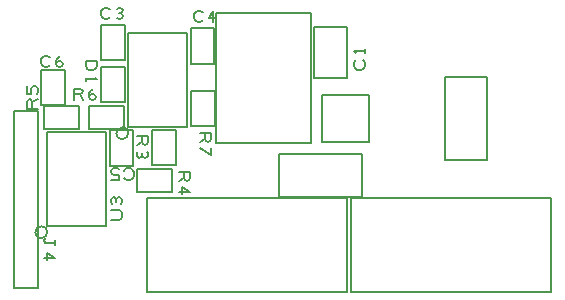
<source format=gbr>
%FSLAX23Y23*%
%MOIN*%
G04 EasyPC Gerber Version 16.0.6 Build 3249 *
%ADD10C,0.00500*%
X0Y0D02*
D02*
D10*
X14Y719D02*
Y129D01*
X93*
Y719*
X14*
X118Y295D02*
X115Y292D01*
X112Y286*
X115Y279*
X118Y276*
X149*
Y270*
Y276D02*
Y289D01*
X112Y229D02*
X149D01*
X124Y245*
Y220*
X93Y725D02*
X56D01*
Y747*
X59Y753*
X65Y756*
X71Y753*
X74Y747*
Y725*
Y747D02*
X93Y756D01*
X90Y775D02*
X93Y781D01*
Y791*
X90Y797*
X84Y800*
X81*
X74Y797*
X71Y791*
Y775*
X56*
Y800*
X134Y871D02*
X131Y868D01*
X124Y864*
X115*
X109Y868*
X106Y871*
X103Y877*
Y889*
X106Y896*
X109Y899*
X115Y902*
X124*
X131Y899*
X134Y896*
X153Y874D02*
X156Y880D01*
X162Y883*
X168*
X174Y880*
X178Y874*
X174Y868*
X168Y864*
X162*
X156Y868*
X153Y874*
Y883*
X156Y892*
X162Y899*
X168Y902*
X104Y333D02*
G75*
G03Y294J-20D01*
G01*
G75*
G03Y333J20*
G01*
X113Y735D02*
Y657D01*
X231*
Y735*
X113*
X124Y333D02*
X320D01*
Y648*
X124*
Y333*
X183Y855D02*
X104D01*
Y737*
X183*
Y855*
X213Y754D02*
Y792D01*
X234*
X241Y789*
X244Y783*
X241Y776*
X234Y773*
X213*
X234D02*
X244Y754D01*
X263Y764D02*
X266Y770D01*
X272Y773*
X278*
X284Y770*
X288Y764*
X284Y758*
X278Y754*
X272*
X266Y758*
X263Y764*
Y773*
X266Y783*
X272Y789*
X278Y792*
X252Y885D02*
X289D01*
Y866*
X286Y860*
X283Y857*
X277Y854*
X264*
X258Y857*
X255Y860*
X252Y866*
Y885*
Y829D02*
Y816D01*
Y823D02*
X289D01*
X283Y829*
X263Y735D02*
Y657D01*
X381*
Y735*
X263*
X334Y1031D02*
X331Y1028D01*
X324Y1024*
X315*
X309Y1028*
X306Y1031*
X303Y1037*
Y1049*
X306Y1056*
X309Y1059*
X315Y1062*
X324*
X331Y1059*
X334Y1056*
X356Y1028D02*
X362Y1024D01*
X368*
X374Y1028*
X378Y1034*
X374Y1040*
X368Y1043*
X362*
X368D02*
X374Y1046D01*
X378Y1053*
X374Y1059*
X368Y1062*
X362*
X356Y1059*
X332Y535D02*
X411D01*
Y653*
X332*
Y535*
X374Y663D02*
G75*
G03Y624J-20D01*
G01*
G75*
G03Y663J20*
G01*
X336Y355D02*
X364D01*
X370Y358*
X373Y364*
Y377*
X370Y383*
X364Y386*
X336*
X370Y408D02*
X373Y414D01*
Y421*
X370Y427*
X364Y430*
X358Y427*
X354Y421*
Y414*
Y421D02*
X351Y427D01*
X345Y430*
X339Y427*
X336Y421*
Y414*
X339Y408*
X383Y865D02*
X304D01*
Y747*
X383*
Y865*
Y1005D02*
X304D01*
Y887*
X383*
Y1005*
X394Y663D02*
X590D01*
Y978*
X394*
Y663*
X381Y519D02*
X384Y523D01*
X391Y526*
X400*
X406Y523*
X409Y519*
X413Y513*
Y501*
X409Y494*
X406Y491*
X400Y488*
X391*
X384Y491*
X381Y494*
X363Y523D02*
X356Y526D01*
X347*
X341Y523*
X338Y516*
Y513*
X341Y507*
X347Y504*
X363*
Y488*
X338*
X422Y635D02*
X459D01*
Y613*
X456Y607*
X450Y604*
X444Y607*
X441Y613*
Y635*
Y613D02*
X422Y604D01*
X425Y582D02*
X422Y576D01*
Y569*
X425Y563*
X431Y560*
X438Y563*
X441Y569*
Y576*
Y569D02*
X444Y563D01*
X450Y560*
X456Y563*
X459Y569*
Y576*
X456Y582*
X423Y525D02*
Y447D01*
X541*
Y525*
X423*
X455Y429D02*
X494D01*
X1124*
Y114*
X455*
Y429*
X562Y515D02*
X599D01*
Y493*
X596Y487*
X590Y484*
X584Y487*
X581Y493*
Y515*
Y493D02*
X562Y484D01*
Y449D02*
X599D01*
X574Y465*
Y440*
X553Y655D02*
X474D01*
Y537*
X553*
Y655*
X602Y875D02*
X681D01*
Y993*
X602*
Y875*
X644Y1021D02*
X641Y1018D01*
X634Y1014*
X625*
X619Y1018*
X616Y1021*
X613Y1027*
Y1039*
X616Y1046*
X619Y1049*
X625Y1052*
X634*
X641Y1049*
X644Y1046*
X678Y1014D02*
Y1052D01*
X663Y1027*
X688*
X632Y645D02*
X669D01*
Y623*
X666Y617*
X660Y614*
X654Y617*
X651Y623*
Y645*
Y623D02*
X632Y614D01*
Y595D02*
X669Y570D01*
Y595*
X683Y785D02*
X604D01*
Y667*
X683*
Y785*
X897Y432D02*
X1173D01*
Y573*
X897*
Y432*
X1003Y1044D02*
X688D01*
Y611*
X1003*
Y1044*
X1039Y772D02*
Y615D01*
X1196*
Y772*
X1039*
X1124Y827D02*
Y996D01*
X1014*
Y827*
X1124*
X1135Y429D02*
X1174D01*
X1804*
Y114*
X1135*
Y429*
X1177Y886D02*
X1180Y883D01*
X1183Y877*
Y868*
X1180Y861*
X1177Y858*
X1171Y855*
X1158*
X1152Y858*
X1149Y861*
X1146Y868*
Y877*
X1149Y883*
X1152Y886*
X1183Y911D02*
Y924D01*
Y918D02*
X1146D01*
X1152Y911*
X1449Y830D02*
Y555D01*
X1591*
Y830*
X1449*
X0Y0D02*
M02*

</source>
